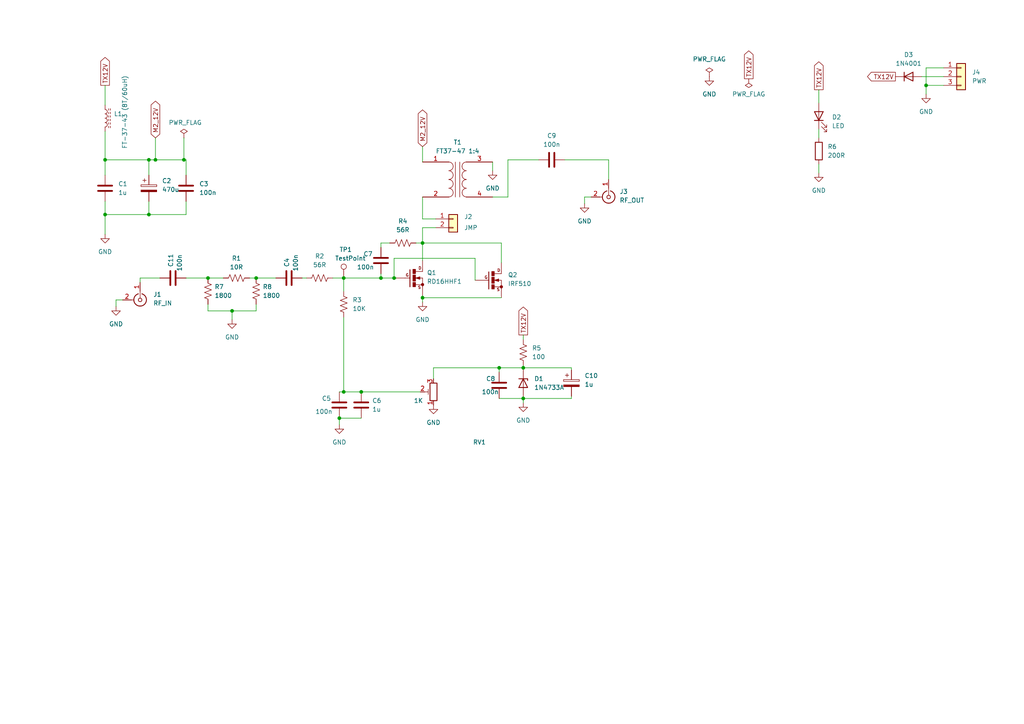
<source format=kicad_sch>
(kicad_sch (version 20211123) (generator eeschema)
  (paper "A4")
  (lib_symbols
    (symbol "Connector:Conn_Coaxial" (pin_names (offset 1.016) hide)
      (property "Reference" "J" (at 0.254 3.048 0))
      (property "Value" "Conn_Coaxial" (at 2.921 0 90))
      (symbol "Conn_Coaxial_0_1"
        (arc (start -1.778 -0.508) (mid 0.2311 -1.8066) (end 1.778 0) (stroke (width 0.254)))
        (polyline (pts (xy -2.54 0) (xy -0.508 0)))
        (polyline (pts (xy 0 -2.54) (xy 0 -1.778)))
        (circle (center 0 0) (radius 0.508) (stroke (width 0.2032)))
        (arc (start 1.778 0) (mid 0.2099 1.8101) (end -1.778 0.508) (stroke (width 0.254)))
      )
      (symbol "Conn_Coaxial_1_1"
        (pin passive line (at -5.08 0 0) (length 2.54) (name "In") (number "1"))
        (pin passive line (at 0 -5.08 90) (length 2.54) (name "Ext") (number "2"))
      )
    )
    (symbol "Connector:TestPoint" (pin_numbers hide) (pin_names (offset 0.762) hide)
      (property "Reference" "TP" (at 0 6.858 0))
      (property "Value" "TestPoint" (at 0 5.08 0))
      (symbol "TestPoint_0_1"
        (circle (center 0 3.302) (radius 0.762))
      )
      (symbol "TestPoint_1_1"
        (pin passive line (at 0 0 90) (length 2.54) (name "1") (number "1"))
      )
    )
    (symbol "Connector_Generic:Conn_01x02" (pin_names (offset 1.016) hide)
      (property "Reference" "J" (at 0 2.54 0))
      (property "Value" "Conn_01x02" (at 0 -5.08 0))
      (symbol "Conn_01x02_1_1"
        (rectangle (start -1.27 -2.413) (end 0 -2.667) (stroke (width 0.1524)))
        (rectangle (start -1.27 0.127) (end 0 -0.127) (stroke (width 0.1524)))
        (rectangle (start -1.27 1.27) (end 1.27 -3.81) (stroke (width 0.254)) (fill (type background)))
        (pin passive line (at -5.08 0 0) (length 3.81) (name "Pin_1") (number "1"))
        (pin passive line (at -5.08 -2.54 0) (length 3.81) (name "Pin_2") (number "2"))
      )
    )
    (symbol "Connector_Generic:Conn_01x03" (pin_names (offset 1.016) hide)
      (property "Reference" "J" (at 0 5.08 0))
      (property "Value" "Conn_01x03" (at 0 -5.08 0))
      (symbol "Conn_01x03_1_1"
        (rectangle (start -1.27 -2.413) (end 0 -2.667) (stroke (width 0.1524)))
        (rectangle (start -1.27 0.127) (end 0 -0.127) (stroke (width 0.1524)))
        (rectangle (start -1.27 2.667) (end 0 2.413) (stroke (width 0.1524)))
        (rectangle (start -1.27 3.81) (end 1.27 -3.81) (stroke (width 0.254)) (fill (type background)))
        (pin passive line (at -5.08 2.54 0) (length 3.81) (name "Pin_1") (number "1"))
        (pin passive line (at -5.08 0 0) (length 3.81) (name "Pin_2") (number "2"))
        (pin passive line (at -5.08 -2.54 0) (length 3.81) (name "Pin_3") (number "3"))
      )
    )
    (symbol "Custom_RF:Generic Transfomer" (pin_names (offset 1.016) hide)
      (property "Reference" "T" (at 0 6.35 0))
      (property "Value" "Generic Transfomer" (at 0 -7.62 0))
      (symbol "Generic Transfomer_0_1"
        (arc (start -2.54 -5.0546) (mid -1.6599 -4.6901) (end -1.27 -3.81))
        (arc (start -2.54 -2.5146) (mid -1.6599 -2.1501) (end -1.27 -1.27))
        (arc (start -2.54 0.0254) (mid -1.6599 0.3899) (end -1.27 1.27))
        (arc (start -2.54 2.5654) (mid -1.6599 2.9299) (end -1.27 3.81))
        (arc (start -1.27 -3.81) (mid -1.642 -2.912) (end -2.54 -2.54))
        (arc (start -1.27 -1.27) (mid -1.642 -0.372) (end -2.54 0))
        (arc (start -1.27 1.27) (mid -1.642 2.168) (end -2.54 2.54))
        (arc (start -1.27 3.81) (mid -1.642 4.708) (end -2.54 5.08))
        (polyline (pts (xy -0.635 5.08) (xy -0.635 -5.08)))
        (polyline (pts (xy 0.635 -5.08) (xy 0.635 5.08)))
        (arc (start 1.2954 -1.27) (mid 1.6599 -2.1501) (end 2.54 -2.5146))
        (arc (start 1.2954 1.27) (mid 1.6599 0.3899) (end 2.54 0.0254))
        (arc (start 1.2954 3.81) (mid 1.6599 2.9299) (end 2.54 2.5654))
        (arc (start 1.3208 -3.81) (mid 1.6853 -4.6901) (end 2.5654 -5.0546))
        (arc (start 2.54 0) (mid 1.642 -0.372) (end 1.2954 -1.27))
        (arc (start 2.54 2.54) (mid 1.642 2.168) (end 1.2954 1.27))
        (arc (start 2.54 5.08) (mid 1.642 4.708) (end 1.2954 3.81))
        (arc (start 2.5654 -2.54) (mid 1.6674 -2.912) (end 1.3208 -3.81))
      )
      (symbol "Generic Transfomer_1_1"
        (pin passive line (at -10.16 5.08 0) (length 7.62) (name "AA") (number "1"))
        (pin passive line (at -10.16 -5.08 0) (length 7.62) (name "AB") (number "2"))
        (pin passive line (at 10.16 5.08 180) (length 7.62) (name "SB") (number "3"))
        (pin passive line (at 10.16 -5.08 180) (length 7.62) (name "SA") (number "4"))
      )
    )
    (symbol "Custom_RF:IRF510" (pin_numbers hide) (pin_names (offset 1.016) hide)
      (property "Reference" "Q" (at 3.302 0.508 0))
      (property "Value" "IRF510" (at 3.302 -0.508 0))
      (symbol "IRF510_0_0"
        (rectangle (start -0.254 -2.54) (end 0.508 -1.27) (fill (type outline)))
        (rectangle (start -0.254 -0.889) (end 0.508 0.889) (fill (type outline)))
        (rectangle (start -0.254 1.27) (end 0.508 2.54) (fill (type outline)))
        (polyline (pts (xy -1.1176 0) (xy -2.54 0)) (stroke (width 0.1524)))
        (polyline (pts (xy -1.1176 0) (xy -1.1176 -2.54)) (stroke (width 0.254)))
        (polyline (pts (xy -1.1176 2.413) (xy -1.1176 0)) (stroke (width 0.254)))
        (polyline (pts (xy 0.508 -1.905) (xy 2.54 -1.905)) (stroke (width 0.1524)))
        (polyline (pts (xy 0.508 0) (xy 1.143 0)) (stroke (width 0.1524)))
        (polyline (pts (xy 0.508 0) (xy 1.778 0.381)) (stroke (width 0.1524)))
        (polyline (pts (xy 1.143 0) (xy 1.651 -0.127)) (stroke (width 0.3048)))
        (polyline (pts (xy 1.143 0) (xy 2.54 0)) (stroke (width 0.1524)))
        (polyline (pts (xy 1.651 0.127) (xy 1.143 0)) (stroke (width 0.3048)))
        (polyline (pts (xy 1.778 -0.381) (xy 0.508 0)) (stroke (width 0.1524)))
        (polyline (pts (xy 1.778 0.381) (xy 1.778 -0.381)) (stroke (width 0.1524)))
        (polyline (pts (xy 2.54 -1.905) (xy 2.54 -2.54)) (stroke (width 0.1524)))
        (polyline (pts (xy 2.54 0) (xy 2.54 -1.905)) (stroke (width 0.1524)))
        (polyline (pts (xy 2.54 1.905) (xy 0.5334 1.905)) (stroke (width 0.1524)))
        (polyline (pts (xy 2.54 2.54) (xy 2.54 1.905)) (stroke (width 0.1524)))
        (circle (center 2.54 -1.905) (radius 0.254) (stroke (width 0.4064)))
        (text "D" (at 1.27 2.413 0) (effects (font (size 0.8128 0.8128)) (justify left bottom)))
        (text "G" (at -2.413 0.381 0) (effects (font (size 0.8128 0.8128)) (justify left bottom)))
        (text "S" (at 1.143 -3.175 0) (effects (font (size 0.8128 0.8128)) (justify left bottom)))
        (pin passive line (at 2.54 -5.08 90) (length 2.54) (name "~") (number "1"))
        (pin passive line (at 2.54 5.08 270) (length 2.54) (name "~") (number "2"))
        (pin passive line (at -5.08 0 0) (length 2.54) (name "~") (number "3"))
      )
    )
    (symbol "Custom_RF:RD16HHF1" (pin_numbers hide) (pin_names (offset 1.016) hide)
      (property "Reference" "Q" (at 3.302 0.508 0))
      (property "Value" "RD16HHF1" (at 3.302 -0.508 0))
      (symbol "RD16HHF1_0_0"
        (rectangle (start -0.254 -2.54) (end 0.508 -1.27) (fill (type outline)))
        (rectangle (start -0.254 -0.889) (end 0.508 0.889) (fill (type outline)))
        (rectangle (start -0.254 1.27) (end 0.508 2.54) (fill (type outline)))
        (polyline (pts (xy -1.1176 0) (xy -2.54 0)) (stroke (width 0.1524)))
        (polyline (pts (xy -1.1176 0) (xy -1.1176 -2.54)) (stroke (width 0.254)))
        (polyline (pts (xy -1.1176 2.413) (xy -1.1176 0)) (stroke (width 0.254)))
        (polyline (pts (xy 0.508 -1.905) (xy 2.54 -1.905)) (stroke (width 0.1524)))
        (polyline (pts (xy 0.508 0) (xy 1.143 0)) (stroke (width 0.1524)))
        (polyline (pts (xy 0.508 0) (xy 1.778 0.381)) (stroke (width 0.1524)))
        (polyline (pts (xy 1.143 0) (xy 1.651 -0.127)) (stroke (width 0.3048)))
        (polyline (pts (xy 1.143 0) (xy 2.54 0)) (stroke (width 0.1524)))
        (polyline (pts (xy 1.651 0.127) (xy 1.143 0)) (stroke (width 0.3048)))
        (polyline (pts (xy 1.778 -0.381) (xy 0.508 0)) (stroke (width 0.1524)))
        (polyline (pts (xy 1.778 0.381) (xy 1.778 -0.381)) (stroke (width 0.1524)))
        (polyline (pts (xy 2.54 -1.905) (xy 2.54 -2.54)) (stroke (width 0.1524)))
        (polyline (pts (xy 2.54 0) (xy 2.54 -1.905)) (stroke (width 0.1524)))
        (polyline (pts (xy 2.54 1.905) (xy 0.5334 1.905)) (stroke (width 0.1524)))
        (polyline (pts (xy 2.54 2.54) (xy 2.54 1.905)) (stroke (width 0.1524)))
        (circle (center 2.54 -1.905) (radius 0.254) (stroke (width 0.4064)))
        (text "D" (at 1.27 2.413 0) (effects (font (size 0.8128 0.8128)) (justify left bottom)))
        (text "G" (at -2.413 0.381 0) (effects (font (size 0.8128 0.8128)) (justify left bottom)))
        (text "S" (at 1.143 -3.175 0) (effects (font (size 0.8128 0.8128)) (justify left bottom)))
        (pin passive line (at -5.08 0 0) (length 2.54) (name "~") (number "1"))
        (pin passive line (at 2.54 -5.08 90) (length 2.54) (name "~") (number "2"))
        (pin passive line (at 2.54 5.08 270) (length 2.54) (name "~") (number "3"))
      )
    )
    (symbol "Device:C" (pin_numbers hide) (pin_names (offset 0.254))
      (property "Reference" "C" (at 0.635 2.54 0))
      (property "Value" "C" (at 0.635 -2.54 0))
      (symbol "C_0_1"
        (polyline (pts (xy -2.032 -0.762) (xy 2.032 -0.762)) (stroke (width 0.508)))
        (polyline (pts (xy -2.032 0.762) (xy 2.032 0.762)) (stroke (width 0.508)))
      )
      (symbol "C_1_1"
        (pin passive line (at 0 3.81 270) (length 2.794) (name "~") (number "1"))
        (pin passive line (at 0 -3.81 90) (length 2.794) (name "~") (number "2"))
      )
    )
    (symbol "Device:C_Polarized" (pin_numbers hide) (pin_names (offset 0.254))
      (property "Reference" "C" (at 0.635 2.54 0))
      (property "Value" "C_Polarized" (at 0.635 -2.54 0))
      (symbol "C_Polarized_0_1"
        (rectangle (start -2.286 0.508) (end 2.286 1.016))
        (polyline (pts (xy -1.778 2.286) (xy -0.762 2.286)))
        (polyline (pts (xy -1.27 2.794) (xy -1.27 1.778)))
        (rectangle (start 2.286 -0.508) (end -2.286 -1.016) (fill (type outline)))
      )
      (symbol "C_Polarized_1_1"
        (pin passive line (at 0 3.81 270) (length 2.794) (name "~") (number "1"))
        (pin passive line (at 0 -3.81 90) (length 2.794) (name "~") (number "2"))
      )
    )
    (symbol "Device:LED" (pin_numbers hide) (pin_names (offset 1.016) hide)
      (property "Reference" "D" (at 0 2.54 0))
      (property "Value" "LED" (at 0 -2.54 0))
      (symbol "LED_0_1"
        (polyline (pts (xy -1.27 -1.27) (xy -1.27 1.27)) (stroke (width 0.254)))
        (polyline (pts (xy -1.27 0) (xy 1.27 0)))
        (polyline (pts (xy 1.27 -1.27) (xy 1.27 1.27) (xy -1.27 0) (xy 1.27 -1.27)) (stroke (width 0.254)))
        (polyline (pts (xy -3.048 -0.762) (xy -4.572 -2.286) (xy -3.81 -2.286) (xy -4.572 -2.286) (xy -4.572 -1.524)))
        (polyline (pts (xy -1.778 -0.762) (xy -3.302 -2.286) (xy -2.54 -2.286) (xy -3.302 -2.286) (xy -3.302 -1.524)))
      )
      (symbol "LED_1_1"
        (pin passive line (at -3.81 0 0) (length 2.54) (name "K") (number "1"))
        (pin passive line (at 3.81 0 180) (length 2.54) (name "A") (number "2"))
      )
    )
    (symbol "Device:L_Ferrite" (pin_numbers hide) (pin_names (offset 1.016) hide)
      (property "Reference" "L" (at -1.27 0 90))
      (property "Value" "L_Ferrite" (at 2.794 0 90))
      (symbol "L_Ferrite_0_1"
        (arc (start 0 -2.54) (mid 0.635 -1.905) (end 0 -1.27))
        (arc (start 0 -1.27) (mid 0.635 -0.635) (end 0 0))
        (polyline (pts (xy 1.016 -2.794) (xy 1.016 -2.286)))
        (polyline (pts (xy 1.016 -1.778) (xy 1.016 -1.27)))
        (polyline (pts (xy 1.016 -0.762) (xy 1.016 -0.254)))
        (polyline (pts (xy 1.016 0.254) (xy 1.016 0.762)))
        (polyline (pts (xy 1.016 1.27) (xy 1.016 1.778)))
        (polyline (pts (xy 1.016 2.286) (xy 1.016 2.794)))
        (polyline (pts (xy 1.524 -2.286) (xy 1.524 -2.794)))
        (polyline (pts (xy 1.524 -1.27) (xy 1.524 -1.778)))
        (polyline (pts (xy 1.524 -0.254) (xy 1.524 -0.762)))
        (polyline (pts (xy 1.524 0.762) (xy 1.524 0.254)))
        (polyline (pts (xy 1.524 1.778) (xy 1.524 1.27)))
        (polyline (pts (xy 1.524 2.794) (xy 1.524 2.286)))
        (arc (start 0 0) (mid 0.635 0.635) (end 0 1.27))
        (arc (start 0 1.27) (mid 0.635 1.905) (end 0 2.54))
      )
      (symbol "L_Ferrite_1_1"
        (pin passive line (at 0 3.81 270) (length 1.27) (name "1") (number "1"))
        (pin passive line (at 0 -3.81 90) (length 1.27) (name "2") (number "2"))
      )
    )
    (symbol "Device:R" (pin_numbers hide) (pin_names (offset 0))
      (property "Reference" "R" (at 2.032 0 90))
      (property "Value" "R" (at 0 0 90))
      (symbol "R_0_1"
        (rectangle (start -1.016 -2.54) (end 1.016 2.54) (stroke (width 0.254)))
      )
      (symbol "R_1_1"
        (pin passive line (at 0 3.81 270) (length 1.27) (name "~") (number "1"))
        (pin passive line (at 0 -3.81 90) (length 1.27) (name "~") (number "2"))
      )
    )
    (symbol "Device:R_Potentiometer_Trim" (pin_names (offset 1.016) hide)
      (property "Reference" "RV" (at -4.445 0 90))
      (property "Value" "R_Potentiometer_Trim" (at -2.54 0 90))
      (symbol "R_Potentiometer_Trim_0_1"
        (polyline (pts (xy 1.524 0.762) (xy 1.524 -0.762)))
        (polyline (pts (xy 2.54 0) (xy 1.524 0)))
        (rectangle (start 1.016 2.54) (end -1.016 -2.54) (stroke (width 0.254)))
      )
      (symbol "R_Potentiometer_Trim_1_1"
        (pin passive line (at 0 3.81 270) (length 1.27) (name "1") (number "1"))
        (pin passive line (at 3.81 0 180) (length 1.27) (name "2") (number "2"))
        (pin passive line (at 0 -3.81 90) (length 1.27) (name "3") (number "3"))
      )
    )
    (symbol "Device:R_US" (pin_numbers hide) (pin_names (offset 0))
      (property "Reference" "R" (at 2.54 0 90))
      (property "Value" "R_US" (at -2.54 0 90))
      (symbol "R_US_0_1"
        (polyline (pts (xy 0 -2.286) (xy 0 -2.54)))
        (polyline (pts (xy 0 2.286) (xy 0 2.54)))
        (polyline (pts (xy 0 -0.762) (xy 1.016 -1.143) (xy 0 -1.524) (xy -1.016 -1.905) (xy 0 -2.286)))
        (polyline (pts (xy 0 0.762) (xy 1.016 0.381) (xy 0 0) (xy -1.016 -0.381) (xy 0 -0.762)))
        (polyline (pts (xy 0 2.286) (xy 1.016 1.905) (xy 0 1.524) (xy -1.016 1.143) (xy 0 0.762)))
      )
      (symbol "R_US_1_1"
        (pin passive line (at 0 3.81 270) (length 1.27) (name "~") (number "1"))
        (pin passive line (at 0 -3.81 90) (length 1.27) (name "~") (number "2"))
      )
    )
    (symbol "Diode:1N4001" (pin_numbers hide) (pin_names (offset 1.016) hide)
      (property "Reference" "D" (at 0 2.54 0))
      (property "Value" "1N4001" (at 0 -2.54 0))
      (symbol "1N4001_0_1"
        (polyline (pts (xy -1.27 1.27) (xy -1.27 -1.27)) (stroke (width 0.254)))
        (polyline (pts (xy 1.27 0) (xy -1.27 0)))
        (polyline (pts (xy 1.27 1.27) (xy 1.27 -1.27) (xy -1.27 0) (xy 1.27 1.27)) (stroke (width 0.254)))
      )
      (symbol "1N4001_1_1"
        (pin passive line (at -3.81 0 0) (length 2.54) (name "K") (number "1"))
        (pin passive line (at 3.81 0 180) (length 2.54) (name "A") (number "2"))
      )
    )
    (symbol "Diode:1N47xxA" (pin_numbers hide) (pin_names hide)
      (property "Reference" "D" (at 0 2.54 0))
      (property "Value" "1N47xxA" (at 0 -2.54 0))
      (symbol "1N47xxA_0_1"
        (polyline (pts (xy 1.27 0) (xy -1.27 0)))
        (polyline (pts (xy -1.27 -1.27) (xy -1.27 1.27) (xy -0.762 1.27)) (stroke (width 0.254)))
        (polyline (pts (xy 1.27 -1.27) (xy 1.27 1.27) (xy -1.27 0) (xy 1.27 -1.27)) (stroke (width 0.254)))
      )
      (symbol "1N47xxA_1_1"
        (pin passive line (at -3.81 0 0) (length 2.54) (name "K") (number "1"))
        (pin passive line (at 3.81 0 180) (length 2.54) (name "A") (number "2"))
      )
    )
    (symbol "power:GND" (power) (pin_names (offset 0))
      (property "Value" "GND" (at 0 -3.81 0))
      (symbol "GND_0_1"
        (polyline (pts (xy 0 0) (xy 0 -1.27) (xy 1.27 -1.27) (xy 0 -2.54) (xy -1.27 -1.27) (xy 0 -1.27)))
      )
      (symbol "GND_1_1"
        (pin power_in line (at 0 0 270) (length 0) hide (name "GND") (number "1"))
      )
    )
    (symbol "power:PWR_FLAG" (power) (pin_numbers hide) (pin_names (offset 0) hide)
      (property "Value" "PWR_FLAG" (at 0 3.81 0))
      (symbol "PWR_FLAG_0_0"
        (pin power_out line (at 0 0 90) (length 0) (name "pwr") (number "1"))
      )
      (symbol "PWR_FLAG_0_1"
        (polyline (pts (xy 0 0) (xy 0 1.27) (xy -1.016 1.905) (xy 0 2.54) (xy 1.016 1.905) (xy 0 1.27)))
      )
    )
  )
  (junction (at 45.085 46.355))
  (junction (at 144.78 106.68))
  (junction (at 98.425 121.285))
  (junction (at 104.775 113.665))
  (junction (at 53.34 46.355))
  (junction (at 268.605 24.765))
  (junction (at 99.695 80.645))
  (junction (at 30.48 46.355))
  (junction (at 74.295 80.645))
  (junction (at 43.18 62.23))
  (junction (at 151.765 106.68))
  (junction (at 122.555 86.36))
  (junction (at 30.48 62.23))
  (junction (at 99.695 113.665))
  (junction (at 67.31 90.17))
  (junction (at 122.555 70.485))
  (junction (at 43.18 46.355))
  (junction (at 110.49 80.645))
  (junction (at 151.765 115.57))
  (junction (at 114.3 80.645))
  (junction (at 60.325 80.645))
  (wire (pts (xy 43.18 46.355) (xy 43.18 50.8)))
  (wire (pts (xy 122.555 86.36) (xy 145.415 86.36)))
  (wire (pts (xy 45.085 40.005) (xy 45.085 46.355)))
  (wire (pts (xy 151.765 116.84) (xy 151.765 115.57)))
  (wire (pts (xy 165.735 106.68) (xy 165.735 107.315)))
  (wire (pts (xy 30.48 46.355) (xy 30.48 50.8)))
  (wire (pts (xy 144.78 106.68) (xy 151.765 106.68)))
  (wire (pts (xy 163.83 46.355) (xy 176.53 46.355)))
  (wire (pts (xy 67.31 90.17) (xy 60.325 90.17)))
  (wire (pts (xy 169.545 57.15) (xy 169.545 59.055)))
  (wire (pts (xy 122.555 70.485) (xy 122.555 75.565)))
  (wire (pts (xy 43.18 62.23) (xy 53.975 62.23)))
  (wire (pts (xy 40.64 80.645) (xy 40.64 81.915)))
  (wire (pts (xy 273.685 19.685) (xy 268.605 19.685)))
  (wire (pts (xy 114.3 80.645) (xy 114.935 80.645)))
  (wire (pts (xy 151.765 107.315) (xy 151.765 106.68)))
  (wire (pts (xy 53.975 62.23) (xy 53.975 58.42)))
  (wire (pts (xy 98.425 121.285) (xy 104.775 121.285)))
  (wire (pts (xy 125.73 106.68) (xy 144.78 106.68)))
  (wire (pts (xy 122.555 70.485) (xy 145.415 70.485)))
  (wire (pts (xy 147.32 46.355) (xy 147.32 57.15)))
  (wire (pts (xy 110.49 80.645) (xy 114.3 80.645)))
  (wire (pts (xy 144.78 106.68) (xy 144.78 107.95)))
  (wire (pts (xy 110.49 70.485) (xy 110.49 71.755)))
  (wire (pts (xy 165.735 115.57) (xy 165.735 114.935)))
  (wire (pts (xy 99.695 92.075) (xy 99.695 113.665)))
  (wire (pts (xy 114.3 74.93) (xy 114.3 80.645)))
  (wire (pts (xy 99.695 80.645) (xy 110.49 80.645)))
  (wire (pts (xy 122.555 63.5) (xy 126.365 63.5)))
  (wire (pts (xy 268.605 24.765) (xy 273.685 24.765)))
  (wire (pts (xy 267.335 22.225) (xy 273.685 22.225)))
  (wire (pts (xy 74.295 90.17) (xy 67.31 90.17)))
  (wire (pts (xy 120.65 70.485) (xy 122.555 70.485)))
  (wire (pts (xy 53.975 80.645) (xy 60.325 80.645)))
  (wire (pts (xy 237.49 37.465) (xy 237.49 40.005)))
  (wire (pts (xy 137.795 74.93) (xy 114.3 74.93)))
  (wire (pts (xy 74.295 80.645) (xy 80.01 80.645)))
  (wire (pts (xy 60.325 90.17) (xy 60.325 88.265)))
  (wire (pts (xy 122.555 57.15) (xy 122.555 63.5)))
  (wire (pts (xy 122.555 85.725) (xy 122.555 86.36)))
  (wire (pts (xy 122.555 86.36) (xy 122.555 87.63)))
  (wire (pts (xy 33.655 86.995) (xy 33.655 88.9)))
  (wire (pts (xy 145.415 70.485) (xy 145.415 76.2)))
  (wire (pts (xy 53.34 40.005) (xy 53.34 46.355)))
  (wire (pts (xy 53.34 46.355) (xy 53.975 46.355)))
  (wire (pts (xy 151.765 115.57) (xy 144.78 115.57)))
  (wire (pts (xy 237.49 47.625) (xy 237.49 50.165)))
  (wire (pts (xy 30.48 58.42) (xy 30.48 62.23)))
  (wire (pts (xy 142.875 57.15) (xy 147.32 57.15)))
  (wire (pts (xy 43.18 46.355) (xy 45.085 46.355)))
  (wire (pts (xy 268.605 19.685) (xy 268.605 24.765)))
  (wire (pts (xy 122.555 42.545) (xy 122.555 46.99)))
  (wire (pts (xy 30.48 24.765) (xy 30.48 30.48)))
  (wire (pts (xy 99.695 80.645) (xy 96.52 80.645)))
  (wire (pts (xy 176.53 46.355) (xy 176.53 52.07)))
  (wire (pts (xy 151.765 106.68) (xy 165.735 106.68)))
  (wire (pts (xy 151.765 114.935) (xy 151.765 115.57)))
  (wire (pts (xy 30.48 38.1) (xy 30.48 46.355)))
  (wire (pts (xy 151.765 106.68) (xy 151.765 106.045)))
  (wire (pts (xy 113.03 70.485) (xy 110.49 70.485)))
  (wire (pts (xy 98.425 123.19) (xy 98.425 121.285)))
  (wire (pts (xy 74.295 80.645) (xy 72.39 80.645)))
  (wire (pts (xy 60.325 80.645) (xy 64.77 80.645)))
  (wire (pts (xy 53.975 46.355) (xy 53.975 50.8)))
  (wire (pts (xy 30.48 62.23) (xy 43.18 62.23)))
  (wire (pts (xy 126.365 66.04) (xy 122.555 66.04)))
  (wire (pts (xy 142.875 49.53) (xy 142.875 46.99)))
  (wire (pts (xy 99.695 113.665) (xy 104.775 113.665)))
  (wire (pts (xy 171.45 57.15) (xy 169.545 57.15)))
  (wire (pts (xy 35.56 86.995) (xy 33.655 86.995)))
  (wire (pts (xy 67.31 90.17) (xy 67.31 92.71)))
  (wire (pts (xy 98.425 113.665) (xy 99.695 113.665)))
  (wire (pts (xy 45.085 46.355) (xy 53.34 46.355)))
  (wire (pts (xy 122.555 66.04) (xy 122.555 70.485)))
  (wire (pts (xy 137.795 81.28) (xy 137.795 74.93)))
  (wire (pts (xy 74.295 88.265) (xy 74.295 90.17)))
  (wire (pts (xy 30.48 62.23) (xy 30.48 67.945)))
  (wire (pts (xy 99.695 84.455) (xy 99.695 80.645)))
  (wire (pts (xy 151.765 97.155) (xy 151.765 98.425)))
  (wire (pts (xy 30.48 46.355) (xy 43.18 46.355)))
  (wire (pts (xy 87.63 80.645) (xy 88.9 80.645)))
  (wire (pts (xy 156.21 46.355) (xy 147.32 46.355)))
  (wire (pts (xy 43.18 58.42) (xy 43.18 62.23)))
  (wire (pts (xy 104.775 113.665) (xy 121.92 113.665)))
  (wire (pts (xy 110.49 79.375) (xy 110.49 80.645)))
  (wire (pts (xy 125.73 106.68) (xy 125.73 109.855)))
  (wire (pts (xy 237.49 26.035) (xy 237.49 29.845)))
  (wire (pts (xy 40.64 80.645) (xy 46.355 80.645)))
  (wire (pts (xy 268.605 24.765) (xy 268.605 27.305)))
  (wire (pts (xy 151.765 115.57) (xy 165.735 115.57)))
  (global_label "TX12V" (shape output) (at 217.17 22.86 90) (property "Intersheet References" "${INTERSHEET_REFS}" (effects hide)))
  (global_label "M2_12V" (shape bidirectional) (at 45.085 40.005 90) (property "Intersheet References" "${INTERSHEET_REFS}" (effects hide)))
  (global_label "TX12V" (shape output) (at 259.715 22.225 180) (property "Intersheet References" "${INTERSHEET_REFS}" (effects hide)))
  (global_label "TX12V" (shape output) (at 30.48 24.765 90) (property "Intersheet References" "${INTERSHEET_REFS}" (effects hide)))
  (global_label "TX12V" (shape output) (at 237.49 26.035 90) (property "Intersheet References" "${INTERSHEET_REFS}" (effects hide)))
  (global_label "M2_12V" (shape bidirectional) (at 122.555 42.545 90) (property "Intersheet References" "${INTERSHEET_REFS}" (effects hide)))
  (global_label "TX12V" (shape output) (at 151.765 97.155 90) (property "Intersheet References" "${INTERSHEET_REFS}" (effects hide)))
  (symbol (lib_id "power:GND") (at 122.555 87.63 0) (unit 1)
    (property "Reference" "#PWR0103" (effects hide))
    (property "Value" "GND" (at 122.555 92.71 0))
  )
  (symbol (lib_id "Device:C_Polarized") (at 165.735 111.125 0) (unit 1)
    (property "Reference" "C10" (at 169.545 108.9659 0) (effects (justify left)))
    (property "Value" "1u" (at 169.545 111.5059 0) (effects (justify left)))
    (property "Footprint" "Capacitor_THT:CP_Radial_D8.0mm_P2.50mm" (effects hide))
  )
  (symbol (lib_id "Device:C_Polarized") (at 43.18 54.61 0) (unit 1)
    (property "Reference" "C2" (at 46.99 52.4509 0) (effects (justify left)))
    (property "Value" "470u" (at 46.99 54.9909 0) (effects (justify left)))
    (property "Footprint" "Capacitor_THT:CP_Radial_D8.0mm_P2.50mm" (effects hide))
  )
  (symbol (lib_id "Device:C") (at 110.49 75.565 0) (unit 1)
    (property "Reference" "C7" (at 105.41 73.66 0) (effects (justify left)))
    (property "Value" "100n" (at 103.505 77.47 0) (effects (justify left)))
    (property "Footprint" "Capacitor_SMD:C_1206_3216Metric" (effects hide))
  )
  (symbol (lib_id "Connector:Conn_Coaxial") (at 40.64 86.995 270) (unit 1)
    (property "Reference" "J1" (at 44.45 85.4074 90) (effects (justify left)))
    (property "Value" "RF_IN" (at 44.45 87.9474 90) (effects (justify left)))
    (property "Footprint" "Connector_Coaxial:SMA_Amphenol_901-144_Vertical" (effects hide))
    (property "Datasheet" " ~" (effects hide))
  )
  (symbol (lib_id "Custom_RF:Generic Transfomer") (at 132.715 52.07 0) (unit 1)
    (property "Reference" "T1" (at 132.7277 41.275 0))
    (property "Value" "FT37-47 1:4" (at 132.7277 43.815 0))
    (property "Footprint" "Transformer_THT:Transformer_Toroid_Horizontal_D10.5mm_Amidon-T37" (effects hide))
  )
  (symbol (lib_id "Device:R_Potentiometer_Trim") (at 125.73 113.665 180) (unit 1)
    (property "Reference" "RV1" (at 137.16 128.27 0) (effects (justify right)))
    (property "Value" "1K" (at 120.015 116.205 0) (effects (justify right)))
    (property "Footprint" "Potentiometer_THT:Potentiometer_Bourns_3296W_Vertical" (effects hide))
  )
  (symbol (lib_id "Device:R_US") (at 99.695 88.265 180) (unit 1)
    (property "Reference" "R3" (at 102.235 86.9949 0) (effects (justify right)))
    (property "Value" "10K" (at 102.235 89.5349 0) (effects (justify right)))
    (property "Footprint" "Resistor_SMD:R_1206_3216Metric" (effects hide))
  )
  (symbol (lib_id "Device:C") (at 83.82 80.645 90) (unit 1)
    (property "Reference" "C4" (at 83.185 77.47 0) (effects (justify left)))
    (property "Value" "100n" (at 85.725 78.74 0) (effects (justify left)))
    (property "Footprint" "Capacitor_SMD:C_1206_3216Metric" (effects hide))
  )
  (symbol (lib_id "Device:LED") (at 237.49 33.655 90) (unit 1)
    (property "Reference" "D2" (at 241.3 33.9724 90) (effects (justify right)))
    (property "Value" "LED" (at 241.3 36.5124 90) (effects (justify right)))
    (property "Footprint" "LED_THT:LED_D3.0mm" (effects hide))
  )
  (symbol (lib_id "Connector:TestPoint") (at 99.695 80.645 0) (unit 1)
    (property "Reference" "TP1" (at 98.425 72.39 0) (effects (justify left)))
    (property "Value" "TestPoint" (at 97.155 74.93 0) (effects (justify left)))
    (property "Footprint" "Connector_Pin:Pin_D0.7mm_L6.5mm_W1.8mm_FlatFork" (effects hide))
  )
  (symbol (lib_id "Device:C") (at 104.775 117.475 0) (unit 1)
    (property "Reference" "C6" (at 107.95 116.2049 0) (effects (justify left)))
    (property "Value" "1u" (at 107.95 118.7449 0) (effects (justify left)))
    (property "Footprint" "Capacitor_SMD:C_1206_3216Metric" (effects hide))
  )
  (symbol (lib_id "Diode:1N47xxA") (at 151.765 111.125 270) (unit 1)
    (property "Reference" "D1" (at 154.94 109.8549 90) (effects (justify left)))
    (property "Value" "1N4733A" (at 154.94 112.3949 90) (effects (justify left)))
    (property "Footprint" "Diode_THT:D_DO-41_SOD81_P10.16mm_Horizontal" (effects hide))
    (property "Datasheet" "https://www.vishay.com/docs/85816/1n4728a.pdf" (effects hide))
  )
  (symbol (lib_id "power:GND") (at 151.765 116.84 0) (unit 1)
    (property "Reference" "#PWR0102" (effects hide))
    (property "Value" "GND" (at 151.765 121.92 0))
  )
  (symbol (lib_id "Custom_RF:RD16HHF1") (at 120.015 80.645 0) (unit 1)
    (property "Reference" "Q1" (at 123.825 79.1016 0) (effects (justify left)))
    (property "Value" "RD16HHF1" (at 123.825 81.6416 0) (effects (justify left)))
    (property "Footprint" "Custom_RF:TO-220-3" (effects hide))
  )
  (symbol (lib_id "Device:C") (at 160.02 46.355 90) (unit 1)
    (property "Reference" "C9" (at 160.02 39.37 90))
    (property "Value" "100n" (at 160.02 41.91 90))
    (property "Footprint" "Capacitor_SMD:C_1206_3216Metric" (effects hide))
  )
  (symbol (lib_id "Connector:Conn_Coaxial") (at 176.53 57.15 270) (unit 1)
    (property "Reference" "J3" (at 179.705 55.5624 90) (effects (justify left)))
    (property "Value" "RF_OUT" (at 179.705 58.1024 90) (effects (justify left)))
    (property "Footprint" "Connector_Coaxial:SMA_Amphenol_901-144_Vertical" (effects hide))
    (property "Datasheet" " ~" (effects hide))
  )
  (symbol (lib_id "power:PWR_FLAG") (at 217.17 22.86 180) (unit 1)
    (property "Reference" "#FLG0102" (effects hide))
    (property "Value" "PWR_FLAG" (at 217.17 27.305 0))
  )
  (symbol (lib_id "power:GND") (at 268.605 27.305 0) (unit 1)
    (property "Reference" "#PWR0107" (effects hide))
    (property "Value" "GND" (at 268.605 32.385 0))
  )
  (symbol (lib_id "Device:R_US") (at 68.58 80.645 270) (unit 1)
    (property "Reference" "R1" (at 68.58 74.93 90))
    (property "Value" "10R" (at 68.58 77.47 90))
    (property "Footprint" "Resistor_SMD:R_1206_3216Metric" (effects hide))
  )
  (symbol (lib_id "Device:R_US") (at 74.295 84.455 0) (unit 1)
    (property "Reference" "R8" (at 76.2 83.1849 0) (effects (justify left)))
    (property "Value" "1800" (at 76.2 85.7249 0) (effects (justify left)))
    (property "Footprint" "Resistor_SMD:R_1206_3216Metric" (effects hide))
  )
  (symbol (lib_id "Custom_RF:IRF510") (at 142.875 81.28 0) (unit 1)
    (property "Reference" "Q2" (at 147.32 79.7366 0) (effects (justify left)))
    (property "Value" "IRF510" (at 147.32 82.2766 0) (effects (justify left)))
    (property "Footprint" "SnapEDAFootprints:TO220" (effects hide))
  )
  (symbol (lib_id "Device:C") (at 50.165 80.645 90) (unit 1)
    (property "Reference" "C11" (at 49.53 77.47 0) (effects (justify left)))
    (property "Value" "100n" (at 52.07 78.74 0) (effects (justify left)))
    (property "Footprint" "Capacitor_SMD:C_1206_3216Metric" (effects hide))
  )
  (symbol (lib_id "power:GND") (at 67.31 92.71 0) (unit 1)
    (property "Reference" "#PWR01" (effects hide))
    (property "Value" "GND" (at 67.31 97.79 0))
  )
  (symbol (lib_id "power:PWR_FLAG") (at 205.74 22.225 0) (unit 1)
    (property "Reference" "#FLG0101" (effects hide))
    (property "Value" "PWR_FLAG" (at 205.74 17.145 0))
  )
  (symbol (lib_id "Device:C") (at 144.78 111.76 0) (unit 1)
    (property "Reference" "C8" (at 140.97 109.855 0) (effects (justify left)))
    (property "Value" "100n" (at 139.7 113.665 0) (effects (justify left)))
    (property "Footprint" "Capacitor_SMD:C_1206_3216Metric" (effects hide))
  )
  (symbol (lib_id "power:GND") (at 237.49 50.165 0) (unit 1)
    (property "Reference" "#PWR0106" (effects hide))
    (property "Value" "GND" (at 237.49 55.245 0))
  )
  (symbol (lib_id "Device:R_US") (at 151.765 102.235 0) (unit 1)
    (property "Reference" "R5" (at 154.305 100.9649 0) (effects (justify left)))
    (property "Value" "100" (at 154.305 103.5049 0) (effects (justify left)))
    (property "Footprint" "Resistor_SMD:R_1206_3216Metric" (effects hide))
  )
  (symbol (lib_id "Diode:1N4001") (at 263.525 22.225 0) (unit 1)
    (property "Reference" "D3" (at 263.525 15.875 0))
    (property "Value" "1N4001" (at 263.525 18.415 0))
    (property "Footprint" "Diode_THT:D_DO-41_SOD81_P10.16mm_Horizontal" (effects hide))
    (property "Datasheet" "http://www.vishay.com/docs/88503/1n4001.pdf" (effects hide))
  )
  (symbol (lib_id "Connector_Generic:Conn_01x02") (at 131.445 63.5 0) (unit 1)
    (property "Reference" "J2" (at 134.62 62.865 0) (effects (justify left)))
    (property "Value" "JMP" (at 134.62 66.0399 0) (effects (justify left)))
    (property "Footprint" "Connector_PinHeader_2.54mm:PinHeader_1x02_P2.54mm_Vertical" (effects hide))
  )
  (symbol (lib_id "Device:R_US") (at 116.84 70.485 270) (unit 1)
    (property "Reference" "R4" (at 116.84 64.135 90))
    (property "Value" "56R" (at 116.84 66.675 90))
    (property "Footprint" "Resistor_SMD:R_1206_3216Metric" (effects hide))
  )
  (symbol (lib_id "Device:C") (at 98.425 117.475 0) (unit 1)
    (property "Reference" "C5" (at 93.345 115.57 0) (effects (justify left)))
    (property "Value" "100n" (at 91.44 119.38 0) (effects (justify left)))
    (property "Footprint" "Capacitor_SMD:C_1206_3216Metric" (effects hide))
  )
  (symbol (lib_id "Device:C") (at 30.48 54.61 0) (unit 1)
    (property "Reference" "C1" (at 34.29 53.3399 0) (effects (justify left)))
    (property "Value" "1u" (at 34.29 55.8799 0) (effects (justify left)))
    (property "Footprint" "Capacitor_SMD:C_1206_3216Metric" (effects hide))
  )
  (symbol (lib_id "power:GND") (at 205.74 22.225 0) (unit 1)
    (property "Reference" "#PWR0105" (effects hide))
    (property "Value" "GND" (at 205.74 27.305 0))
  )
  (symbol (lib_id "power:GND") (at 169.545 59.055 0) (unit 1)
    (property "Reference" "#PWR0111" (effects hide))
    (property "Value" "GND" (at 169.545 64.135 0))
  )
  (symbol (lib_id "power:GND") (at 30.48 67.945 0) (unit 1)
    (property "Reference" "#PWR0108" (effects hide))
    (property "Value" "GND" (at 30.48 73.025 0))
  )
  (symbol (lib_id "Connector_Generic:Conn_01x03") (at 278.765 22.225 0) (unit 1)
    (property "Reference" "J4" (at 281.94 20.9549 0) (effects (justify left)))
    (property "Value" "PWR" (at 281.94 23.4949 0) (effects (justify left)))
    (property "Footprint" "Connector_PinHeader_2.54mm:PinHeader_1x03_P2.54mm_Vertical" (effects hide))
  )
  (symbol (lib_id "power:GND") (at 33.655 88.9 0) (unit 1)
    (property "Reference" "#PWR0109" (effects hide))
    (property "Value" "GND" (at 33.655 93.98 0))
  )
  (symbol (lib_id "Device:C") (at 53.975 54.61 0) (unit 1)
    (property "Reference" "C3" (at 57.785 53.3399 0) (effects (justify left)))
    (property "Value" "100n" (at 57.785 55.8799 0) (effects (justify left)))
    (property "Footprint" "Capacitor_SMD:C_1206_3216Metric" (effects hide))
  )
  (symbol (lib_id "power:GND") (at 142.875 49.53 0) (unit 1)
    (property "Reference" "#PWR0110" (effects hide))
    (property "Value" "GND" (at 142.875 54.61 0))
  )
  (symbol (lib_id "Device:L_Ferrite") (at 30.48 34.29 0) (unit 1)
    (property "Reference" "L1" (at 33.02 33.0199 0) (effects (justify left)))
    (property "Value" "FT-37-43 (8T/60uH)" (at 36.195 43.18 90) (effects (justify left)))
    (property "Footprint" "Inductor_THT:L_Toroid_Horizontal_D9.5mm_P15.00mm_Diameter10-5mm_Amidon-T37" (effects hide))
  )
  (symbol (lib_id "Device:R_US") (at 92.71 80.645 270) (unit 1)
    (property "Reference" "R2" (at 92.71 74.295 90))
    (property "Value" "56R" (at 92.71 76.835 90))
    (property "Footprint" "Resistor_SMD:R_1206_3216Metric" (effects hide))
  )
  (symbol (lib_id "power:GND") (at 125.73 117.475 0) (unit 1)
    (property "Reference" "#PWR0101" (effects hide))
    (property "Value" "GND" (at 125.73 122.555 0))
  )
  (symbol (lib_id "Device:R_US") (at 60.325 84.455 0) (unit 1)
    (property "Reference" "R7" (at 62.23 83.1849 0) (effects (justify left)))
    (property "Value" "1800" (at 62.23 85.7249 0) (effects (justify left)))
    (property "Footprint" "Resistor_SMD:R_1206_3216Metric" (effects hide))
  )
  (symbol (lib_id "power:GND") (at 98.425 123.19 0) (unit 1)
    (property "Reference" "#PWR0104" (effects hide))
    (property "Value" "GND" (at 98.425 128.27 0))
  )
  (symbol (lib_id "Device:R") (at 237.49 43.815 0) (unit 1)
    (property "Reference" "R6" (at 240.03 42.5449 0) (effects (justify left)))
    (property "Value" "200R" (at 240.03 45.0849 0) (effects (justify left)))
    (property "Footprint" "Resistor_SMD:R_1206_3216Metric" (effects hide))
  )
  (symbol (lib_id "power:PWR_FLAG") (at 53.34 40.005 0) (unit 1)
    (property "Reference" "#FLG0103" (effects hide))
    (property "Value" "PWR_FLAG" (at 48.895 35.56 0) (effects (justify left)))
  )
)
</source>
